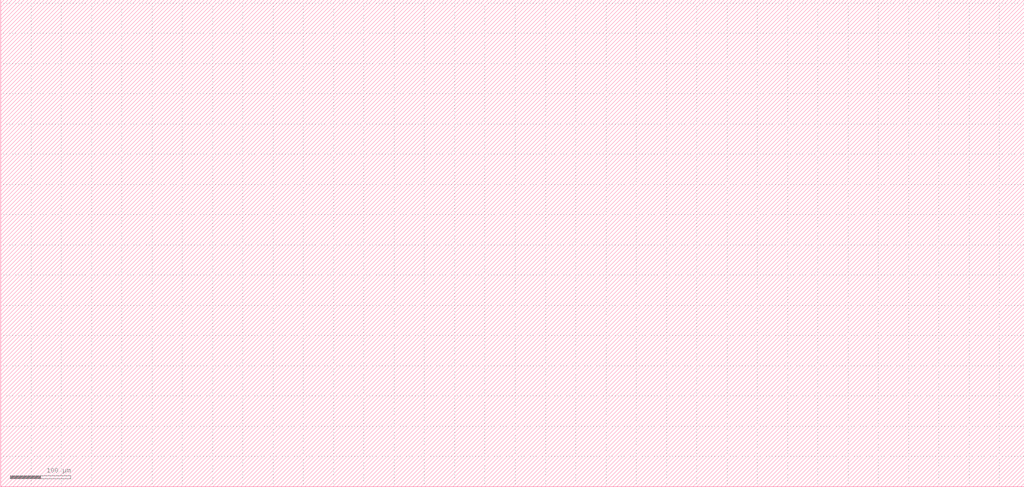
<source format=lef>
MACRO block_4449x4239_2703
   SIZE 1690.62 BY 805.41 ;
END block_4449x4239_2703

MACRO block_423x405_126
   SIZE 160.74 BY 76.95 ;
END block_423x405_126

MACRO block_644x666_97
   SIZE 244.72 BY 126.54 ;
END block_644x666_97

MACRO block_1100x1746_319
   SIZE 418.0 BY 331.74 ;
END block_1100x1746_319

MACRO block_546x675_72
   SIZE 207.48 BY 128.25 ;
END block_546x675_72

MACRO block_341x369_81
   SIZE 129.58 BY 70.11 ;
END block_341x369_81

MACRO block_341x369_82
   SIZE 129.58 BY 70.11 ;
END block_341x369_82

MACRO block_1100x1746_319f
   SIZE 418.0 BY 331.74 ;
END block_1100x1746_319f

MACRO block_546x675_77
   SIZE 207.48 BY 128.25 ;
END block_546x675_77

MACRO block_546x675_73
   SIZE 207.48 BY 128.25 ;
END block_546x675_73

MACRO block_2953x4239_2403
   SIZE 1122.14 BY 805.41 ;
END block_2953x4239_2403

MACRO block_336x333_86
   SIZE 127.68 BY 63.27 ;
END block_336x333_86

MACRO block_533x1080_118
   SIZE 202.54 BY 205.2 ;
END block_533x1080_118

MACRO block_341x369_74
   SIZE 129.58 BY 70.11 ;
END block_341x369_74

MACRO block_546x675_108
   SIZE 207.48 BY 128.25 ;
END block_546x675_108

MACRO block_644x666_98
   SIZE 244.72 BY 126.54 ;
END block_644x666_98

MACRO block_533x1080_118f
   SIZE 202.54 BY 205.2 ;
END block_533x1080_118f

MACRO block_341x369_73
   SIZE 129.58 BY 70.11 ;
END block_341x369_73

MACRO block_73x72_14
   SIZE 27.74 BY 13.68 ;
END block_73x72_14

MACRO block_73x72_15
   SIZE 27.74 BY 13.68 ;
END block_73x72_15

END LIBRARY

</source>
